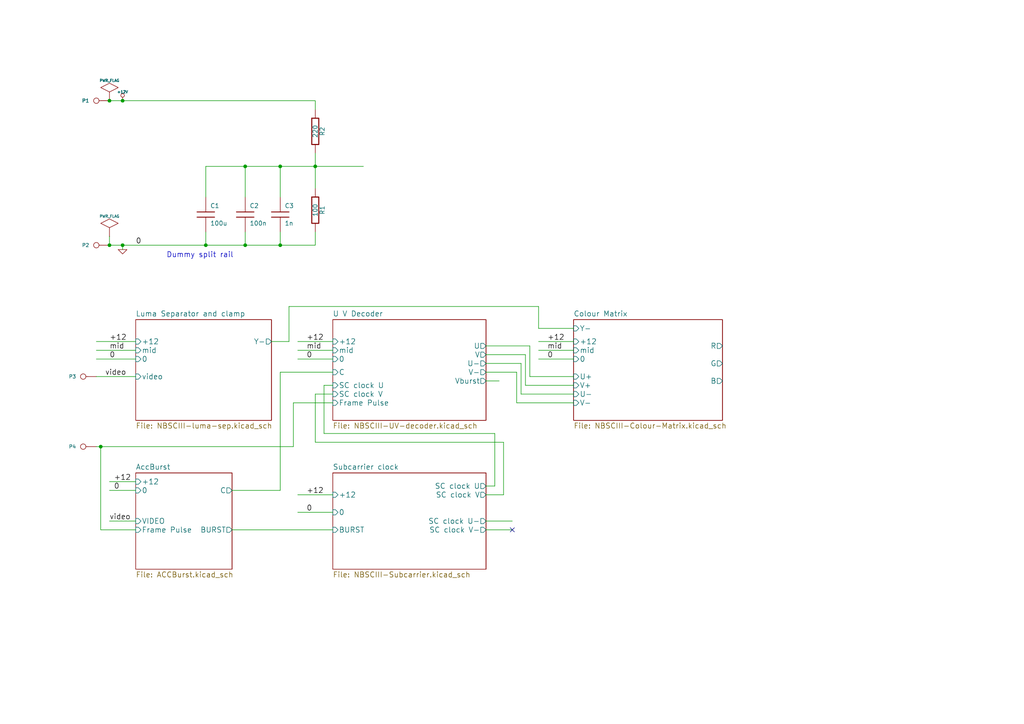
<source format=kicad_sch>
(kicad_sch (version 20211123) (generator eeschema)
  (paper "A4")
  (title_block (date "9 aug 2012"))
  (lib_symbols
    (symbol "NBSCIII-rescue:+12V" (power) (pin_numbers hide) (pin_names (offset 0))
      (property "Value" "+12V" (at 0 2.54 0))
      (symbol "+12V_0_0"
        (pin power_in line (at 0 0 90) (length 0) hide (name "+12V") (number "1"))
      )
      (symbol "+12V_0_1"
        (polyline (pts (xy 0 0) (xy 0 1.016) (xy 0 1.016)))
        (circle (center 0 1.524) (radius 0.508))
      )
    )
    (symbol "NBSCIII-rescue:C" (pin_numbers hide) (pin_names (offset 0.254))
      (property "Reference" "C" (at 1.27 2.54 0))
      (property "Value" "C" (at 1.27 -2.54 0))
      (symbol "C_0_1"
        (polyline (pts (xy -2.54 -0.762) (xy 2.54 -0.762)) (stroke (width 0.254)))
        (polyline (pts (xy -2.54 0.762) (xy 2.54 0.762)) (stroke (width 0.254)))
      )
      (symbol "C_1_1"
        (pin passive line (at 0 5.08 270) (length 4.318) (name "~") (number "1"))
        (pin passive line (at 0 -5.08 90) (length 4.318) (name "~") (number "2"))
      )
    )
    (symbol "NBSCIII-rescue:CONN_1" (pin_numbers hide) (pin_names (offset 0.762) hide)
      (property "Reference" "P" (at 2.032 0 0))
      (symbol "CONN_1_0_1"
        (polyline (pts (xy -0.762 0) (xy -1.27 0)))
        (circle (center 0 0) (radius 0.7874))
      )
      (symbol "CONN_1_1_1"
        (pin passive line (at -3.81 0 0) (length 2.54) (name "1") (number "1"))
      )
    )
    (symbol "NBSCIII-rescue:GND" (power) (pin_names (offset 0))
      (symbol "GND_0_1"
        (polyline (pts (xy -1.27 0) (xy 0 -1.27) (xy 1.27 0) (xy -1.27 0)))
      )
      (symbol "GND_1_1"
        (pin power_in line (at 0 0 90) (length 0) hide (name "GND") (number "1"))
      )
    )
    (symbol "NBSCIII-rescue:PWR_FLAG" (power) (pin_numbers hide) (pin_names (offset 0) hide)
      (property "Value" "PWR_FLAG" (at 0 5.842 0))
      (symbol "PWR_FLAG_0_0"
        (pin power_out line (at 0 0 90) (length 0) (name "pwr") (number "1"))
      )
      (symbol "PWR_FLAG_0_1"
        (polyline (pts (xy 0 0) (xy 0 2.54) (xy 0 2.54)))
        (polyline (pts (xy 0 2.54) (xy -2.54 3.81) (xy 0 5.08) (xy 2.54 3.81) (xy 0 2.54)))
      )
    )
    (symbol "NBSCIII-rescue:R" (pin_numbers hide) (pin_names (offset 0))
      (property "Reference" "R" (at 2.032 0 90))
      (property "Value" "R" (at 0 0 90))
      (symbol "R_0_1"
        (rectangle (start -1.016 3.81) (end 1.016 -3.81) (stroke (width 0.3048)))
      )
      (symbol "R_1_1"
        (pin passive line (at 0 6.35 270) (length 2.54) (name "~") (number "1"))
        (pin passive line (at 0 -6.35 90) (length 2.54) (name "~") (number "2"))
      )
    )
  )
  (junction (at 35.56 29.21))
  (junction (at 31.75 71.12))
  (junction (at 59.69 71.12))
  (junction (at 35.56 71.12))
  (junction (at 81.28 48.26))
  (junction (at 71.12 71.12))
  (junction (at 29.21 129.54))
  (junction (at 81.28 71.12))
  (junction (at 31.75 29.21))
  (junction (at 71.12 48.26))
  (junction (at 91.44 48.26))
  (no_connect (at 148.59 153.67))
  (wire (pts (xy 59.69 57.15) (xy 59.69 48.26)))
  (wire (pts (xy 91.44 71.12) (xy 81.28 71.12)))
  (wire (pts (xy 96.52 104.14) (xy 86.36 104.14)))
  (wire (pts (xy 83.82 99.06) (xy 78.74 99.06)))
  (wire (pts (xy 151.13 105.41) (xy 140.97 105.41)))
  (wire (pts (xy 143.51 140.97) (xy 140.97 140.97)))
  (wire (pts (xy 166.37 114.3) (xy 151.13 114.3)))
  (wire (pts (xy 91.44 29.21) (xy 35.56 29.21)))
  (wire (pts (xy 96.52 114.3) (xy 91.44 114.3)))
  (wire (pts (xy 152.4 102.87) (xy 152.4 111.76)))
  (wire (pts (xy 156.21 95.25) (xy 156.21 88.9)))
  (wire (pts (xy 166.37 101.6) (xy 156.21 101.6)))
  (wire (pts (xy 59.69 71.12) (xy 35.56 71.12)))
  (wire (pts (xy 153.67 100.33) (xy 140.97 100.33)))
  (wire (pts (xy 39.37 139.7) (xy 31.75 139.7)))
  (wire (pts (xy 91.44 44.45) (xy 91.44 48.26)))
  (wire (pts (xy 149.86 107.95) (xy 149.86 116.84)))
  (wire (pts (xy 31.75 71.12) (xy 31.75 68.58)))
  (wire (pts (xy 140.97 107.95) (xy 149.86 107.95)))
  (wire (pts (xy 81.28 71.12) (xy 71.12 71.12)))
  (wire (pts (xy 91.44 48.26) (xy 91.44 54.61)))
  (wire (pts (xy 27.94 99.06) (xy 39.37 99.06)))
  (wire (pts (xy 39.37 109.22) (xy 27.94 109.22)))
  (wire (pts (xy 81.28 71.12) (xy 81.28 67.31)))
  (wire (pts (xy 153.67 109.22) (xy 153.67 100.33)))
  (wire (pts (xy 156.21 88.9) (xy 83.82 88.9)))
  (wire (pts (xy 96.52 107.95) (xy 81.28 107.95)))
  (wire (pts (xy 151.13 114.3) (xy 151.13 105.41)))
  (wire (pts (xy 71.12 71.12) (xy 59.69 71.12)))
  (wire (pts (xy 29.21 129.54) (xy 85.09 129.54)))
  (wire (pts (xy 39.37 101.6) (xy 27.94 101.6)))
  (wire (pts (xy 93.98 125.73) (xy 143.51 125.73)))
  (wire (pts (xy 96.52 101.6) (xy 86.36 101.6)))
  (wire (pts (xy 39.37 153.67) (xy 29.21 153.67)))
  (wire (pts (xy 91.44 128.27) (xy 146.05 128.27)))
  (wire (pts (xy 39.37 142.24) (xy 31.75 142.24)))
  (wire (pts (xy 29.21 153.67) (xy 29.21 129.54)))
  (wire (pts (xy 71.12 48.26) (xy 81.28 48.26)))
  (wire (pts (xy 81.28 48.26) (xy 81.28 57.15)))
  (wire (pts (xy 91.44 67.31) (xy 91.44 71.12)))
  (wire (pts (xy 144.78 110.49) (xy 140.97 110.49)))
  (wire (pts (xy 166.37 109.22) (xy 153.67 109.22)))
  (wire (pts (xy 96.52 111.76) (xy 93.98 111.76)))
  (wire (pts (xy 35.56 72.39) (xy 35.56 71.12)))
  (wire (pts (xy 146.05 143.51) (xy 140.97 143.51)))
  (wire (pts (xy 149.86 116.84) (xy 166.37 116.84)))
  (wire (pts (xy 81.28 142.24) (xy 67.31 142.24)))
  (wire (pts (xy 59.69 67.31) (xy 59.69 71.12)))
  (wire (pts (xy 166.37 95.25) (xy 156.21 95.25)))
  (wire (pts (xy 67.31 153.67) (xy 96.52 153.67)))
  (wire (pts (xy 39.37 104.14) (xy 27.94 104.14)))
  (wire (pts (xy 140.97 102.87) (xy 152.4 102.87)))
  (wire (pts (xy 91.44 48.26) (xy 105.41 48.26)))
  (wire (pts (xy 85.09 129.54) (xy 85.09 116.84)))
  (wire (pts (xy 96.52 143.51) (xy 86.36 143.51)))
  (wire (pts (xy 91.44 114.3) (xy 91.44 128.27)))
  (wire (pts (xy 91.44 31.75) (xy 91.44 29.21)))
  (wire (pts (xy 148.59 153.67) (xy 140.97 153.67)))
  (wire (pts (xy 143.51 125.73) (xy 143.51 140.97)))
  (wire (pts (xy 35.56 71.12) (xy 31.75 71.12)))
  (wire (pts (xy 71.12 71.12) (xy 71.12 67.31)))
  (wire (pts (xy 85.09 116.84) (xy 96.52 116.84)))
  (wire (pts (xy 27.94 129.54) (xy 29.21 129.54)))
  (wire (pts (xy 93.98 111.76) (xy 93.98 125.73)))
  (wire (pts (xy 71.12 48.26) (xy 71.12 57.15)))
  (wire (pts (xy 146.05 128.27) (xy 146.05 143.51)))
  (wire (pts (xy 81.28 107.95) (xy 81.28 142.24)))
  (wire (pts (xy 35.56 29.21) (xy 31.75 29.21)))
  (wire (pts (xy 83.82 88.9) (xy 83.82 99.06)))
  (wire (pts (xy 166.37 99.06) (xy 156.21 99.06)))
  (wire (pts (xy 39.37 151.13) (xy 31.75 151.13)))
  (wire (pts (xy 96.52 99.06) (xy 86.36 99.06)))
  (wire (pts (xy 96.52 148.59) (xy 86.36 148.59)))
  (wire (pts (xy 59.69 48.26) (xy 71.12 48.26)))
  (wire (pts (xy 140.97 151.13) (xy 148.59 151.13)))
  (wire (pts (xy 166.37 104.14) (xy 156.21 104.14)))
  (wire (pts (xy 81.28 48.26) (xy 91.44 48.26)))
  (wire (pts (xy 152.4 111.76) (xy 166.37 111.76)))
  (text "Dummy split rail" (at 48.26 74.93 0) (effects (font (size 1.524 1.524)) (justify left bottom)))
  (label "+12" (at 33.02 139.7 0) (effects (font (size 1.524 1.524))))
  (label "mid" (at 88.9 101.6 0) (effects (font (size 1.524 1.524))))
  (label "0" (at 31.75 104.14 0) (effects (font (size 1.524 1.524))))
  (label "+12" (at 31.75 99.06 0) (effects (font (size 1.524 1.524))))
  (label "+12" (at 158.75 99.06 0) (effects (font (size 1.524 1.524))))
  (label "mid" (at 158.75 101.6 0) (effects (font (size 1.524 1.524))))
  (label "video" (at 30.48 109.22 0) (effects (font (size 1.524 1.524))))
  (label "mid" (at 31.75 101.6 0) (effects (font (size 1.524 1.524))))
  (label "0" (at 88.9 104.14 0) (effects (font (size 1.524 1.524))))
  (label "+12" (at 88.9 143.51 0) (effects (font (size 1.524 1.524))))
  (label "video" (at 31.75 151.13 0) (effects (font (size 1.524 1.524))))
  (label "0" (at 39.37 71.12 0) (effects (font (size 1.524 1.524))))
  (label "0" (at 88.9 148.59 0) (effects (font (size 1.524 1.524))))
  (label "0" (at 33.02 142.24 0) (effects (font (size 1.524 1.524))))
  (label "0" (at 158.75 104.14 0) (effects (font (size 1.524 1.524))))
  (label "+12" (at 88.9 99.06 0) (effects (font (size 1.524 1.524))))
  (symbol (lib_id "NBSCIII-rescue:R") (at 91.44 38.1 0) (unit 1)
    (property "Reference" "R2" (at 93.472 38.1 90))
    (property "Value" "220" (at 91.44 38.1 90))
  )
  (symbol (lib_id "NBSCIII-rescue:R") (at 91.44 60.96 0) (unit 1)
    (property "Reference" "R1" (at 93.472 60.96 90))
    (property "Value" "100" (at 91.44 60.96 90))
  )
  (symbol (lib_id "NBSCIII-rescue:C") (at 81.28 62.23 0) (unit 1)
    (property "Reference" "C3" (at 82.55 59.69 0) (effects (justify left)))
    (property "Value" "1n" (at 82.55 64.77 0) (effects (justify left)))
  )
  (symbol (lib_id "NBSCIII-rescue:C") (at 71.12 62.23 0) (unit 1)
    (property "Reference" "C2" (at 72.39 59.69 0) (effects (justify left)))
    (property "Value" "100n" (at 72.39 64.77 0) (effects (justify left)))
  )
  (symbol (lib_id "NBSCIII-rescue:C") (at 59.69 62.23 0) (unit 1)
    (property "Reference" "C1" (at 60.96 59.69 0) (effects (justify left)))
    (property "Value" "100u" (at 60.96 64.77 0) (effects (justify left)))
  )
  (symbol (lib_id "NBSCIII-rescue:GND") (at 35.56 72.39 0) (unit 1)
    (property "Reference" "#PWR04" (effects hide))
    (property "Value" "GND" (effects hide))
  )
  (symbol (lib_id "NBSCIII-rescue:+12V") (at 35.56 29.21 0) (unit 1)
    (property "Reference" "#PWR03" (effects hide))
    (property "Value" "+12V" (at 35.56 26.67 0) (effects (font (size 0.762 0.762))))
  )
  (symbol (lib_id "NBSCIII-rescue:CONN_1") (at 27.94 29.21 180) (unit 1)
    (property "Reference" "P1" (at 25.908 29.21 0) (effects (font (size 1.016 1.016)) (justify left)))
    (property "Value" "CONN_1" (effects hide))
  )
  (symbol (lib_id "NBSCIII-rescue:PWR_FLAG") (at 31.75 29.21 0) (unit 1)
    (property "Reference" "#FLG02" (effects hide))
    (property "Value" "PWR_FLAG" (at 31.75 23.368 0) (effects (font (size 0.762 0.762))))
  )
  (symbol (lib_id "NBSCIII-rescue:PWR_FLAG") (at 31.75 68.58 0) (unit 1)
    (property "Reference" "#FLG01" (effects hide))
    (property "Value" "PWR_FLAG" (at 31.75 62.738 0) (effects (font (size 0.762 0.762))))
  )
  (symbol (lib_id "NBSCIII-rescue:CONN_1") (at 27.94 71.12 0) (mirror y) (unit 1)
    (property "Reference" "P2" (at 25.908 71.12 0) (effects (font (size 1.016 1.016)) (justify left)))
    (property "Value" "CONN_1" (effects hide))
  )
  (symbol (lib_id "NBSCIII-rescue:CONN_1") (at 24.13 109.22 0) (mirror y) (unit 1)
    (property "Reference" "P3" (at 22.098 109.22 0) (effects (font (size 1.016 1.016)) (justify left)))
    (property "Value" "CONN_1" (effects hide))
  )
  (symbol (lib_id "NBSCIII-rescue:CONN_1") (at 24.13 129.54 0) (mirror y) (unit 1)
    (property "Reference" "P4" (at 22.098 129.54 0) (effects (font (size 1.016 1.016)) (justify left)))
    (property "Value" "CONN_1" (effects hide))
  )
  (sheet (at 166.37 92.71) (size 43.18 29.21)
    (property "Sheet name" "Colour Matrix" (at 166.37 91.8714 0) (effects (font (size 1.524 1.524)) (justify left bottom)))
    (property "Sheet file" "NBSCIII-Colour-Matrix.kicad_sch" (at 166.37 122.6062 0) (effects (font (size 1.524 1.524)) (justify left top)))
    (pin "+12" input (at 166.37 99.06 180) (effects (font (size 1.524 1.524))))
    (pin "mid" input (at 166.37 101.6 180) (effects (font (size 1.524 1.524))))
    (pin "0" input (at 166.37 104.14 180) (effects (font (size 1.524 1.524))))
    (pin "U+" input (at 166.37 109.22 180) (effects (font (size 1.524 1.524))))
    (pin "V+" input (at 166.37 111.76 180) (effects (font (size 1.524 1.524))))
    (pin "R" output (at 209.55 100.33 0) (effects (font (size 1.524 1.524))))
    (pin "G" output (at 209.55 105.41 0) (effects (font (size 1.524 1.524))))
    (pin "B" output (at 209.55 110.49 0) (effects (font (size 1.524 1.524))))
    (pin "U-" input (at 166.37 114.3 180) (effects (font (size 1.524 1.524))))
    (pin "V-" input (at 166.37 116.84 180) (effects (font (size 1.524 1.524))))
    (pin "Y-" input (at 166.37 95.25 180) (effects (font (size 1.524 1.524))))
  )
  (sheet (at 96.52 137.16) (size 44.45 27.94)
    (property "Sheet name" "Subcarrier clock" (at 96.52 136.3214 0) (effects (font (size 1.524 1.524)) (justify left bottom)))
    (property "Sheet file" "NBSCIII-Subcarrier.kicad_sch" (at 96.52 165.7862 0) (effects (font (size 1.524 1.524)) (justify left top)))
    (pin "+12" input (at 96.52 143.51 180) (effects (font (size 1.524 1.524))))
    (pin "0" input (at 96.52 148.59 180) (effects (font (size 1.524 1.524))))
    (pin "SC clock U" output (at 140.97 140.97 0) (effects (font (size 1.524 1.524))))
    (pin "SC clock V" output (at 140.97 143.51 0) (effects (font (size 1.524 1.524))))
    (pin "SC clock V-" output (at 140.97 153.67 0) (effects (font (size 1.524 1.524))))
    (pin "SC clock U-" output (at 140.97 151.13 0) (effects (font (size 1.524 1.524))))
    (pin "BURST" input (at 96.52 153.67 180) (effects (font (size 1.524 1.524))))
  )
  (sheet (at 96.52 92.71) (size 44.45 29.21)
    (property "Sheet name" "U V Decoder" (at 96.52 91.8714 0) (effects (font (size 1.524 1.524)) (justify left bottom)))
    (property "Sheet file" "NBSCIII-UV-decoder.kicad_sch" (at 96.52 122.6062 0) (effects (font (size 1.524 1.524)) (justify left top)))
    (pin "+12" input (at 96.52 99.06 180) (effects (font (size 1.524 1.524))))
    (pin "mid" input (at 96.52 101.6 180) (effects (font (size 1.524 1.524))))
    (pin "0" input (at 96.52 104.14 180) (effects (font (size 1.524 1.524))))
    (pin "C" input (at 96.52 107.95 180) (effects (font (size 1.524 1.524))))
    (pin "SC clock U" input (at 96.52 111.76 180) (effects (font (size 1.524 1.524))))
    (pin "SC clock V" input (at 96.52 114.3 180) (effects (font (size 1.524 1.524))))
    (pin "Frame Pulse" input (at 96.52 116.84 180) (effects (font (size 1.524 1.524))))
    (pin "U" output (at 140.97 100.33 0) (effects (font (size 1.524 1.524))))
    (pin "V" output (at 140.97 102.87 0) (effects (font (size 1.524 1.524))))
    (pin "Vburst" output (at 140.97 110.49 0) (effects (font (size 1.524 1.524))))
    (pin "U-" output (at 140.97 105.41 0) (effects (font (size 1.524 1.524))))
    (pin "V-" output (at 140.97 107.95 0) (effects (font (size 1.524 1.524))))
  )
  (sheet (at 39.37 92.71) (size 39.37 29.21)
    (property "Sheet name" "Luma Separator and clamp" (at 39.37 91.8714 0) (effects (font (size 1.524 1.524)) (justify left bottom)))
    (property "Sheet file" "NBSCIII-luma-sep.kicad_sch" (at 39.37 122.6062 0) (effects (font (size 1.524 1.524)) (justify left top)))
    (pin "+12" input (at 39.37 99.06 180) (effects (font (size 1.524 1.524))))
    (pin "0" input (at 39.37 104.14 180) (effects (font (size 1.524 1.524))))
    (pin "video" input (at 39.37 109.22 180) (effects (font (size 1.524 1.524))))
    (pin "mid" input (at 39.37 101.6 180) (effects (font (size 1.524 1.524))))
    (pin "Y-" output (at 78.74 99.06 0) (effects (font (size 1.524 1.524))))
  )
  (sheet (at 39.37 137.16) (size 27.94 27.94)
    (property "Sheet name" "AccBurst" (at 39.37 136.3214 0) (effects (font (size 1.524 1.524)) (justify left bottom)))
    (property "Sheet file" "ACCBurst.kicad_sch" (at 39.37 165.7862 0) (effects (font (size 1.524 1.524)) (justify left top)))
    (pin "0" input (at 39.37 142.24 180) (effects (font (size 1.524 1.524))))
    (pin "+12" input (at 39.37 139.7 180) (effects (font (size 1.524 1.524))))
    (pin "Frame Pulse" input (at 39.37 153.67 180) (effects (font (size 1.524 1.524))))
    (pin "VIDEO" input (at 39.37 151.13 180) (effects (font (size 1.524 1.524))))
    (pin "BURST" output (at 67.31 153.67 0) (effects (font (size 1.524 1.524))))
    (pin "C" output (at 67.31 142.24 0) (effects (font (size 1.524 1.524))))
  )
)
</source>
